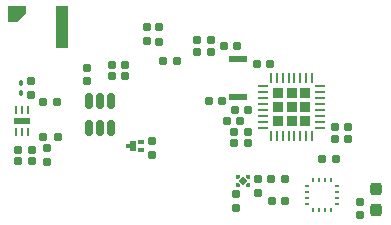
<source format=gbr>
%TF.GenerationSoftware,KiCad,Pcbnew,8.0.0*%
%TF.CreationDate,2024-03-15T11:34:24+01:00*%
%TF.ProjectId,projet s6,70726f6a-6574-4207-9336-2e6b69636164,rev?*%
%TF.SameCoordinates,Original*%
%TF.FileFunction,Paste,Top*%
%TF.FilePolarity,Positive*%
%FSLAX46Y46*%
G04 Gerber Fmt 4.6, Leading zero omitted, Abs format (unit mm)*
G04 Created by KiCad (PCBNEW 8.0.0) date 2024-03-15 11:34:24*
%MOMM*%
%LPD*%
G01*
G04 APERTURE LIST*
G04 Aperture macros list*
%AMRoundRect*
0 Rectangle with rounded corners*
0 $1 Rounding radius*
0 $2 $3 $4 $5 $6 $7 $8 $9 X,Y pos of 4 corners*
0 Add a 4 corners polygon primitive as box body*
4,1,4,$2,$3,$4,$5,$6,$7,$8,$9,$2,$3,0*
0 Add four circle primitives for the rounded corners*
1,1,$1+$1,$2,$3*
1,1,$1+$1,$4,$5*
1,1,$1+$1,$6,$7*
1,1,$1+$1,$8,$9*
0 Add four rect primitives between the rounded corners*
20,1,$1+$1,$2,$3,$4,$5,0*
20,1,$1+$1,$4,$5,$6,$7,0*
20,1,$1+$1,$6,$7,$8,$9,0*
20,1,$1+$1,$8,$9,$2,$3,0*%
%AMRotRect*
0 Rectangle, with rotation*
0 The origin of the aperture is its center*
0 $1 length*
0 $2 width*
0 $3 Rotation angle, in degrees counterclockwise*
0 Add horizontal line*
21,1,$1,$2,0,0,$3*%
%AMOutline4P*
0 Free polygon, 4 corners , with rotation*
0 The origin of the aperture is its center*
0 number of corners: always 4*
0 $1 to $8 corner X, Y*
0 $9 Rotation angle, in degrees counterclockwise*
0 create outline with 4 corners*
4,1,4,$1,$2,$3,$4,$5,$6,$7,$8,$1,$2,$9*%
%AMOutline5P*
0 Free polygon, 5 corners , with rotation*
0 The origin of the aperture is its center*
0 number of corners: always 5*
0 $1 to $10 corner X, Y*
0 $11 Rotation angle, in degrees counterclockwise*
0 create outline with 5 corners*
4,1,5,$1,$2,$3,$4,$5,$6,$7,$8,$9,$10,$1,$2,$11*%
%AMOutline6P*
0 Free polygon, 6 corners , with rotation*
0 The origin of the aperture is its center*
0 number of corners: always 6*
0 $1 to $12 corner X, Y*
0 $13 Rotation angle, in degrees counterclockwise*
0 create outline with 6 corners*
4,1,6,$1,$2,$3,$4,$5,$6,$7,$8,$9,$10,$11,$12,$1,$2,$13*%
%AMOutline7P*
0 Free polygon, 7 corners , with rotation*
0 The origin of the aperture is its center*
0 number of corners: always 7*
0 $1 to $14 corner X, Y*
0 $15 Rotation angle, in degrees counterclockwise*
0 create outline with 7 corners*
4,1,7,$1,$2,$3,$4,$5,$6,$7,$8,$9,$10,$11,$12,$13,$14,$1,$2,$15*%
%AMOutline8P*
0 Free polygon, 8 corners , with rotation*
0 The origin of the aperture is its center*
0 number of corners: always 8*
0 $1 to $16 corner X, Y*
0 $17 Rotation angle, in degrees counterclockwise*
0 create outline with 8 corners*
4,1,8,$1,$2,$3,$4,$5,$6,$7,$8,$9,$10,$11,$12,$13,$14,$15,$16,$1,$2,$17*%
G04 Aperture macros list end*
%ADD10Outline5P,-0.207500X0.150000X0.057500X0.150000X0.207500X0.000000X0.207500X-0.150000X-0.207500X-0.150000X180.000000*%
%ADD11Outline5P,-0.207500X0.150000X0.207500X0.150000X0.207500X0.000000X0.057500X-0.150000X-0.207500X-0.150000X180.000000*%
%ADD12RotRect,0.500000X0.500000X225.000000*%
%ADD13Outline5P,-0.207500X0.150000X0.207500X0.150000X0.207500X-0.150000X-0.057500X-0.150000X-0.207500X0.000000X180.000000*%
%ADD14Outline5P,-0.207500X0.000000X-0.057500X0.150000X0.207500X0.150000X0.207500X-0.150000X-0.207500X-0.150000X180.000000*%
%ADD15RoundRect,0.155000X-0.155000X0.212500X-0.155000X-0.212500X0.155000X-0.212500X0.155000X0.212500X0*%
%ADD16RoundRect,0.160000X0.197500X0.160000X-0.197500X0.160000X-0.197500X-0.160000X0.197500X-0.160000X0*%
%ADD17RoundRect,0.160000X0.160000X-0.197500X0.160000X0.197500X-0.160000X0.197500X-0.160000X-0.197500X0*%
%ADD18RoundRect,0.232500X-0.232500X-0.232500X0.232500X-0.232500X0.232500X0.232500X-0.232500X0.232500X0*%
%ADD19RoundRect,0.062500X-0.375000X-0.062500X0.375000X-0.062500X0.375000X0.062500X-0.375000X0.062500X0*%
%ADD20RoundRect,0.062500X-0.062500X-0.375000X0.062500X-0.375000X0.062500X0.375000X-0.062500X0.375000X0*%
%ADD21RoundRect,0.155000X0.212500X0.155000X-0.212500X0.155000X-0.212500X-0.155000X0.212500X-0.155000X0*%
%ADD22RoundRect,0.150000X0.150000X-0.512500X0.150000X0.512500X-0.150000X0.512500X-0.150000X-0.512500X0*%
%ADD23R,0.325000X0.250000*%
%ADD24R,0.250000X0.325000*%
%ADD25RoundRect,0.090000X0.090000X-0.139000X0.090000X0.139000X-0.090000X0.139000X-0.090000X-0.139000X0*%
%ADD26RoundRect,0.155000X-0.212500X-0.155000X0.212500X-0.155000X0.212500X0.155000X-0.212500X0.155000X0*%
%ADD27RoundRect,0.160000X-0.197500X-0.160000X0.197500X-0.160000X0.197500X0.160000X-0.197500X0.160000X0*%
%ADD28RoundRect,0.155000X0.155000X-0.212500X0.155000X0.212500X-0.155000X0.212500X-0.155000X-0.212500X0*%
%ADD29R,0.250000X0.799999*%
%ADD30R,1.420000X0.610000*%
%ADD31RoundRect,0.160000X-0.160000X0.197500X-0.160000X-0.197500X0.160000X-0.197500X0.160000X0.197500X0*%
%ADD32Outline5P,-0.650000X0.750000X0.650000X0.750000X0.650000X-0.750000X0.000000X-0.750000X-0.650000X-0.100000X90.000000*%
%ADD33R,1.100000X3.600000*%
%ADD34RoundRect,0.237500X-0.237500X0.300000X-0.237500X-0.300000X0.237500X-0.300000X0.237500X0.300000X0*%
%ADD35R,0.500000X0.350000*%
%ADD36R,0.340000X0.330000*%
%ADD37Outline4P,-0.450000X-0.220000X0.450000X-0.220000X0.450000X0.220000X-0.450000X0.220000X90.000000*%
%ADD38R,1.500000X0.550000*%
G04 APERTURE END LIST*
D10*
%TO.C,U3*%
X194222500Y-79860000D03*
D11*
X194222500Y-80570000D03*
D12*
X193830000Y-80215000D03*
D13*
X193437500Y-80570000D03*
D14*
X193437500Y-79860000D03*
%TD*%
D15*
%TO.C,C14*%
X193240000Y-81332500D03*
X193240000Y-82467500D03*
%TD*%
D16*
%TO.C,R9*%
X197377500Y-80040000D03*
X196182500Y-80040000D03*
%TD*%
D17*
%TO.C,R1*%
X177220000Y-78607500D03*
X177220000Y-77412500D03*
%TD*%
D18*
%TO.C,U1*%
X196800000Y-72780000D03*
X196800000Y-73930000D03*
X196800000Y-75080000D03*
X197950000Y-72780000D03*
X197950000Y-73930000D03*
X197950000Y-75080000D03*
X199100000Y-72780000D03*
X199100000Y-73930000D03*
X199100000Y-75080000D03*
D19*
X195512500Y-72180000D03*
X195512500Y-72680000D03*
X195512500Y-73180000D03*
X195512500Y-73680000D03*
X195512500Y-74180000D03*
X195512500Y-74680000D03*
X195512500Y-75180000D03*
X195512500Y-75680000D03*
D20*
X196200000Y-76367500D03*
X196700000Y-76367500D03*
X197200000Y-76367500D03*
X197700000Y-76367500D03*
X198200000Y-76367500D03*
X198700000Y-76367500D03*
X199200000Y-76367500D03*
X199700000Y-76367500D03*
D19*
X200387500Y-75680000D03*
X200387500Y-75180000D03*
X200387500Y-74680000D03*
X200387500Y-74180000D03*
X200387500Y-73680000D03*
X200387500Y-73180000D03*
X200387500Y-72680000D03*
X200387500Y-72180000D03*
D20*
X199700000Y-71492500D03*
X199200000Y-71492500D03*
X198700000Y-71492500D03*
X198200000Y-71492500D03*
X197700000Y-71492500D03*
X197200000Y-71492500D03*
X196700000Y-71492500D03*
X196200000Y-71492500D03*
%TD*%
D21*
%TO.C,C3*%
X202737500Y-75660000D03*
X201602500Y-75660000D03*
%TD*%
D16*
%TO.C,R4*%
X178127500Y-73490000D03*
X176932500Y-73490000D03*
%TD*%
%TO.C,R7*%
X194267500Y-76970000D03*
X193072500Y-76970000D03*
%TD*%
D15*
%TO.C,C15*%
X195120000Y-80062500D03*
X195120000Y-81197500D03*
%TD*%
D22*
%TO.C,U4*%
X180800000Y-75707500D03*
X181750000Y-75707500D03*
X182700000Y-75707500D03*
X182700000Y-73432500D03*
X181750000Y-73432500D03*
X180800000Y-73432500D03*
%TD*%
D23*
%TO.C,IC1*%
X199257000Y-80630000D03*
X199257000Y-81130000D03*
X199257000Y-81630000D03*
X199257000Y-82130000D03*
D24*
X199770000Y-82643000D03*
X200270000Y-82643000D03*
X200770000Y-82643000D03*
X201270000Y-82643000D03*
D23*
X201783000Y-82130000D03*
X201783000Y-81630000D03*
X201783000Y-81130000D03*
X201783000Y-80630000D03*
D24*
X201270000Y-80117000D03*
X200770000Y-80117000D03*
X200270000Y-80117000D03*
X199770000Y-80117000D03*
%TD*%
D16*
%TO.C,R8*%
X201727500Y-78370000D03*
X200532500Y-78370000D03*
%TD*%
D25*
%TO.C,D1*%
X175020000Y-72752500D03*
X175020000Y-71887500D03*
%TD*%
D26*
%TO.C,C1*%
X174802500Y-77560000D03*
X175937500Y-77560000D03*
%TD*%
D27*
%TO.C,R6*%
X193062500Y-76030000D03*
X194257500Y-76030000D03*
%TD*%
D26*
%TO.C,C16*%
X192212500Y-68780000D03*
X193347500Y-68780000D03*
%TD*%
%TO.C,C9*%
X182732500Y-71290000D03*
X183867500Y-71290000D03*
%TD*%
D28*
%TO.C,C10*%
X180670000Y-71757500D03*
X180670000Y-70622500D03*
%TD*%
D21*
%TO.C,C12*%
X197417500Y-81930000D03*
X196282500Y-81930000D03*
%TD*%
D16*
%TO.C,R5*%
X178137500Y-76440000D03*
X176942500Y-76440000D03*
%TD*%
D29*
%TO.C,U2*%
X175620000Y-74179998D03*
X175120001Y-74179998D03*
X174620002Y-74179998D03*
X174620002Y-76080000D03*
X175120001Y-76080000D03*
X175620000Y-76080000D03*
D30*
X175120001Y-75129999D03*
%TD*%
D17*
%TO.C,R13*%
X186740000Y-68387500D03*
X186740000Y-67192500D03*
%TD*%
D31*
%TO.C,R10*%
X185750000Y-67185000D03*
X185750000Y-68380000D03*
%TD*%
D16*
%TO.C,R2*%
X175987500Y-78500000D03*
X174792500Y-78500000D03*
%TD*%
D17*
%TO.C,R3*%
X175890000Y-72927500D03*
X175890000Y-71732500D03*
%TD*%
D32*
%TO.C,BT1*%
X174705000Y-66039012D03*
D33*
X178495000Y-67189012D03*
%TD*%
D27*
%TO.C,R11*%
X189952500Y-69280000D03*
X191147500Y-69280000D03*
%TD*%
D34*
%TO.C,C13*%
X205100000Y-80897500D03*
X205100000Y-82622500D03*
%TD*%
D21*
%TO.C,C4*%
X202737500Y-76610000D03*
X201602500Y-76610000D03*
%TD*%
D31*
%TO.C,R14*%
X186160000Y-76792500D03*
X186160000Y-77987500D03*
%TD*%
D16*
%TO.C,R12*%
X191137500Y-68280000D03*
X189942500Y-68280000D03*
%TD*%
D26*
%TO.C,C2*%
X193122500Y-74170000D03*
X194257500Y-74170000D03*
%TD*%
%TO.C,C17*%
X187102500Y-70040000D03*
X188237500Y-70040000D03*
%TD*%
D21*
%TO.C,C6*%
X196137500Y-70290000D03*
X195002500Y-70290000D03*
%TD*%
D35*
%TO.C,Q1*%
X185180000Y-76925000D03*
X185180000Y-77575000D03*
D36*
X184100000Y-77250000D03*
D37*
X184490000Y-77250000D03*
%TD*%
D26*
%TO.C,C5*%
X192462500Y-75100000D03*
X193597500Y-75100000D03*
%TD*%
%TO.C,C7*%
X190952500Y-73460000D03*
X192087500Y-73460000D03*
%TD*%
D38*
%TO.C,SW5*%
X193420000Y-69835000D03*
X193420000Y-73085000D03*
%TD*%
D26*
%TO.C,C8*%
X182742500Y-70360000D03*
X183877500Y-70360000D03*
%TD*%
D15*
%TO.C,C11*%
X203770000Y-81962500D03*
X203770000Y-83097500D03*
%TD*%
M02*

</source>
